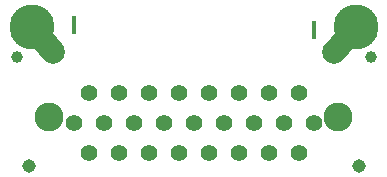
<source format=gbr>
%TF.GenerationSoftware,KiCad,Pcbnew,(5.1.10)-1*%
%TF.CreationDate,2021-10-12T15:24:05-07:00*%
%TF.ProjectId,MicroD25_Bondpad,4d696372-6f44-4323-955f-426f6e647061,rev?*%
%TF.SameCoordinates,Original*%
%TF.FileFunction,Soldermask,Bot*%
%TF.FilePolarity,Negative*%
%FSLAX46Y46*%
G04 Gerber Fmt 4.6, Leading zero omitted, Abs format (unit mm)*
G04 Created by KiCad (PCBNEW (5.1.10)-1) date 2021-10-12 15:24:05*
%MOMM*%
%LPD*%
G01*
G04 APERTURE LIST*
%ADD10C,0.100000*%
%ADD11C,2.000000*%
%ADD12C,3.800000*%
%ADD13C,2.600000*%
%ADD14C,1.000000*%
%ADD15C,1.397000*%
%ADD16C,2.438400*%
%ADD17R,0.457200X1.524000*%
%ADD18C,1.143000*%
G04 APERTURE END LIST*
D10*
%TO.C,H2*%
G36*
X130305743Y-132091832D02*
G01*
X129020168Y-130559743D01*
X130552257Y-129274168D01*
X131837832Y-130806257D01*
X130305743Y-132091832D01*
G37*
D11*
X131082073Y-131461301D03*
D12*
X129286124Y-129320973D03*
D13*
X129286124Y-129320973D03*
%TD*%
D10*
%TO.C,H1*%
G36*
X154166292Y-130771284D02*
G01*
X155451867Y-129239195D01*
X156983956Y-130524770D01*
X155698381Y-132056859D01*
X154166292Y-130771284D01*
G37*
D11*
X154922051Y-131426328D03*
D12*
X156718000Y-129286000D03*
D13*
X156718000Y-129286000D03*
%TD*%
D14*
%TO.C,H3*%
X128016000Y-131826000D03*
%TD*%
%TO.C,H4*%
X157988000Y-131826000D03*
%TD*%
D15*
%TO.C,J1*%
X134112000Y-139954000D03*
X136652000Y-139954000D03*
X139192000Y-139954000D03*
X141732000Y-139954000D03*
X144272000Y-139954000D03*
X146812000Y-139954000D03*
X149352000Y-139954000D03*
X151892000Y-139954000D03*
X132842000Y-137414000D03*
X135382000Y-137414000D03*
X137922000Y-137414000D03*
X140462000Y-137414000D03*
X143002000Y-137414000D03*
X145542000Y-137414000D03*
X148082000Y-137414000D03*
X150622000Y-137414000D03*
X153162000Y-137414000D03*
X134112000Y-134874000D03*
X136652000Y-134874000D03*
X139192000Y-134874000D03*
X141732000Y-134874000D03*
X144272000Y-134874000D03*
X146812000Y-134874000D03*
X149352000Y-134874000D03*
X151892000Y-134874000D03*
D16*
X155257500Y-136906000D03*
X130746500Y-136906000D03*
%TD*%
D17*
%TO.C,B28*%
X132842000Y-129159000D03*
%TD*%
%TO.C,B29*%
X153162000Y-129540000D03*
%TD*%
D18*
X156972000Y-141097000D03*
X129032000Y-141097000D03*
M02*

</source>
